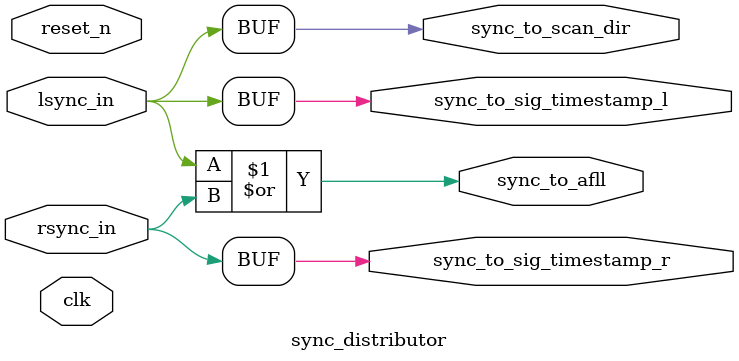
<source format=v>
module sync_distributor (
    input wire clk,
    input wire reset_n,

    input wire lsync_in,
    input wire rsync_in,

    output wire sync_to_afll,
    output wire sync_to_sig_timestamp_l,
    output wire sync_to_sig_timestamp_r,
    output wire sync_to_scan_dir
);

    assign sync_to_afll = lsync_in | rsync_in;  // OR both syncs to keep AFLL updated
    assign sync_to_sig_timestamp_l = lsync_in;
    assign sync_to_sig_timestamp_r = rsync_in;
    assign sync_to_scan_dir = lsync_in;  // or rsync_in depending on design

endmodule



// this is so dumb, why can I not connect sync_start to multiple connections for a conduit
// and it needs a clock to play ball though it's not driven


</source>
